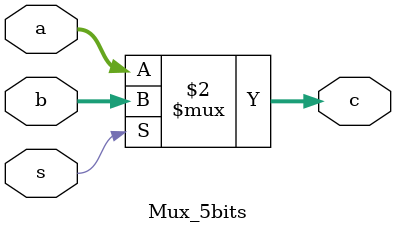
<source format=v>
`timescale 1ns / 1ps

module Mux (a,b,s,c);

    input [31:0]a,b;
    input s;
    output [31:0]c;

    assign c = (~s) ? a : b ;
    
endmodule

module Mux_3_by_1 (a,b,c,s,d);

    input [31:0] a,b,c;
    input [1:0] s;
    output [31:0] d;

    assign d = (s == 2'b00) ? a : (s == 2'b01) ? b : (s == 2'b10) ? c : 32'h00000000;
    
endmodule

module Mux_5bits (a,b,s,c);

    input [4:0]a,b;
    input s;
    output [4:0]c;

    assign c = (~s) ? a : b ;
    
endmodule
</source>
